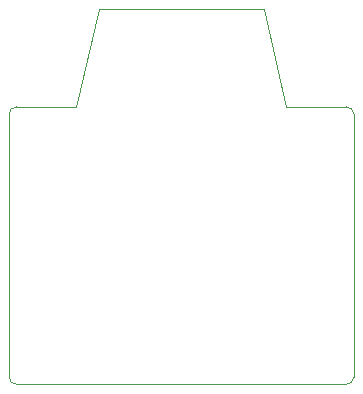
<source format=gm1>
G04 #@! TF.GenerationSoftware,KiCad,Pcbnew,(5.1.8)-1*
G04 #@! TF.CreationDate,2021-01-07T01:53:48+01:00*
G04 #@! TF.ProjectId,A7800 Adapter,41373830-3020-4416-9461-707465722e6b,rev?*
G04 #@! TF.SameCoordinates,Original*
G04 #@! TF.FileFunction,Profile,NP*
%FSLAX46Y46*%
G04 Gerber Fmt 4.6, Leading zero omitted, Abs format (unit mm)*
G04 Created by KiCad (PCBNEW (5.1.8)-1) date 2021-01-07 01:53:48*
%MOMM*%
%LPD*%
G01*
G04 APERTURE LIST*
G04 #@! TA.AperFunction,Profile*
%ADD10C,0.050000*%
G04 #@! TD*
G04 APERTURE END LIST*
D10*
X151130000Y-69850000D02*
X156210000Y-69850000D01*
X133350000Y-69850000D02*
X128270000Y-69850000D01*
X156210000Y-69850000D02*
G75*
G02*
X156845000Y-70485000I0J-635000D01*
G01*
X127635000Y-70485000D02*
G75*
G02*
X128270000Y-69850000I635000J0D01*
G01*
X128270000Y-93345000D02*
G75*
G02*
X127635000Y-92710000I0J635000D01*
G01*
X156845000Y-92710000D02*
G75*
G02*
X156210000Y-93345000I-635000J0D01*
G01*
X149225000Y-61595000D02*
X151130000Y-69850000D01*
X135255000Y-61595000D02*
X133350000Y-69850000D01*
X156845000Y-70485000D02*
X156845000Y-92710000D01*
X135255000Y-61595000D02*
X149225000Y-61595000D01*
X127635000Y-92710000D02*
X127635000Y-70485000D01*
X156210000Y-93345000D02*
X128270000Y-93345000D01*
M02*

</source>
